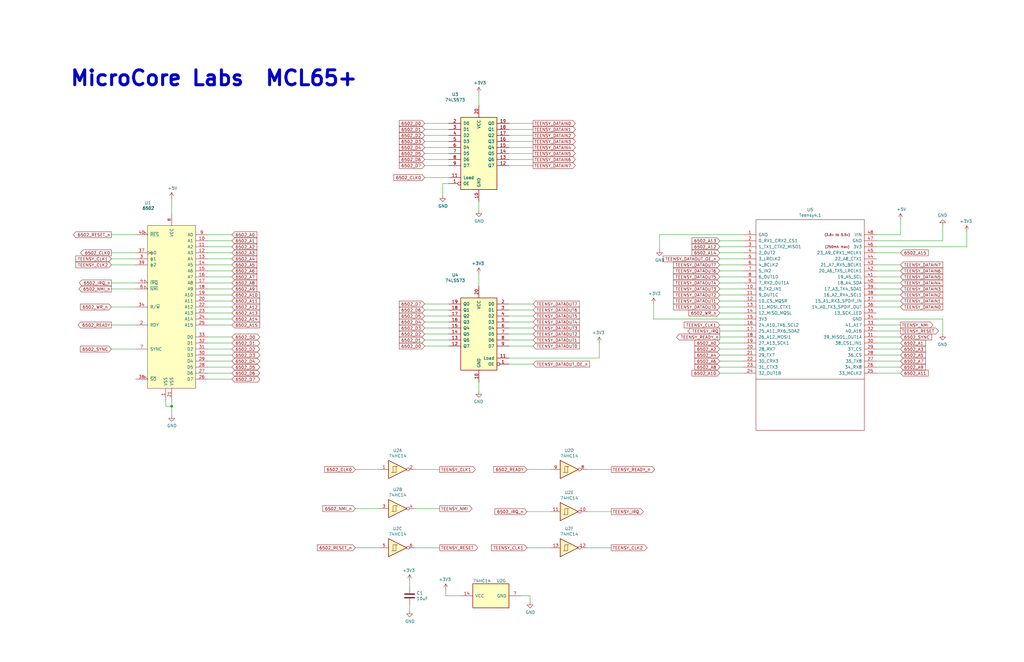
<source format=kicad_sch>
(kicad_sch (version 20211123) (generator eeschema)
  (paper "B")
  (title_block (title "MCL65+") (company "Ted Fried, MicroCore Labs"))
  (lib_symbols
    (symbol "74xx:74HC14" (pin_names (offset 1.016))
      (property "Reference" "U" (at 0 1.27 0))
      (property "Value" "74HC14" (at 0 -1.27 0))
      (symbol "74HC14_1_0"
        (polyline (pts (xy -3.81 3.81) (xy -3.81 -3.81) (xy 3.81 0) (xy -3.81 3.81)) (stroke (width 0.254)) (fill (type background)))
        (pin input line (at -7.62 0 0) (length 3.81) (name "~") (number "1"))
        (pin output inverted (at 7.62 0 180) (length 3.81) (name "~") (number "2"))
      )
      (symbol "74HC14_1_1"
        (polyline (pts (xy -1.905 -1.27) (xy -1.905 1.27) (xy -0.635 1.27)))
        (polyline (pts (xy -2.54 -1.27) (xy -0.635 -1.27) (xy -0.635 1.27) (xy 0 1.27)))
      )
      (symbol "74HC14_2_0"
        (polyline (pts (xy -3.81 3.81) (xy -3.81 -3.81) (xy 3.81 0) (xy -3.81 3.81)) (stroke (width 0.254)) (fill (type background)))
        (pin input line (at -7.62 0 0) (length 3.81) (name "~") (number "3"))
        (pin output inverted (at 7.62 0 180) (length 3.81) (name "~") (number "4"))
      )
      (symbol "74HC14_2_1"
        (polyline (pts (xy -1.905 -1.27) (xy -1.905 1.27) (xy -0.635 1.27)))
        (polyline (pts (xy -2.54 -1.27) (xy -0.635 -1.27) (xy -0.635 1.27) (xy 0 1.27)))
      )
      (symbol "74HC14_3_0"
        (polyline (pts (xy -3.81 3.81) (xy -3.81 -3.81) (xy 3.81 0) (xy -3.81 3.81)) (stroke (width 0.254)) (fill (type background)))
        (pin input line (at -7.62 0 0) (length 3.81) (name "~") (number "5"))
        (pin output inverted (at 7.62 0 180) (length 3.81) (name "~") (number "6"))
      )
      (symbol "74HC14_3_1"
        (polyline (pts (xy -1.905 -1.27) (xy -1.905 1.27) (xy -0.635 1.27)))
        (polyline (pts (xy -2.54 -1.27) (xy -0.635 -1.27) (xy -0.635 1.27) (xy 0 1.27)))
      )
      (symbol "74HC14_4_0"
        (polyline (pts (xy -3.81 3.81) (xy -3.81 -3.81) (xy 3.81 0) (xy -3.81 3.81)) (stroke (width 0.254)) (fill (type background)))
        (pin output inverted (at 7.62 0 180) (length 3.81) (name "~") (number "8"))
        (pin input line (at -7.62 0 0) (length 3.81) (name "~") (number "9"))
      )
      (symbol "74HC14_4_1"
        (polyline (pts (xy -1.905 -1.27) (xy -1.905 1.27) (xy -0.635 1.27)))
        (polyline (pts (xy -2.54 -1.27) (xy -0.635 -1.27) (xy -0.635 1.27) (xy 0 1.27)))
      )
      (symbol "74HC14_5_0"
        (polyline (pts (xy -3.81 3.81) (xy -3.81 -3.81) (xy 3.81 0) (xy -3.81 3.81)) (stroke (width 0.254)) (fill (type background)))
        (pin output inverted (at 7.62 0 180) (length 3.81) (name "~") (number "10"))
        (pin input line (at -7.62 0 0) (length 3.81) (name "~") (number "11"))
      )
      (symbol "74HC14_5_1"
        (polyline (pts (xy -1.905 -1.27) (xy -1.905 1.27) (xy -0.635 1.27)))
        (polyline (pts (xy -2.54 -1.27) (xy -0.635 -1.27) (xy -0.635 1.27) (xy 0 1.27)))
      )
      (symbol "74HC14_6_0"
        (polyline (pts (xy -3.81 3.81) (xy -3.81 -3.81) (xy 3.81 0) (xy -3.81 3.81)) (stroke (width 0.254)) (fill (type background)))
        (pin output inverted (at 7.62 0 180) (length 3.81) (name "~") (number "12"))
        (pin input line (at -7.62 0 0) (length 3.81) (name "~") (number "13"))
      )
      (symbol "74HC14_6_1"
        (polyline (pts (xy -1.905 -1.27) (xy -1.905 1.27) (xy -0.635 1.27)))
        (polyline (pts (xy -2.54 -1.27) (xy -0.635 -1.27) (xy -0.635 1.27) (xy 0 1.27)))
      )
      (symbol "74HC14_7_0"
        (pin power_in line (at 0 12.7 270) (length 5.08) (name "VCC") (number "14"))
        (pin power_in line (at 0 -12.7 90) (length 5.08) (name "GND") (number "7"))
      )
      (symbol "74HC14_7_1"
        (rectangle (start -5.08 7.62) (end 5.08 -7.62) (stroke (width 0.254)) (fill (type background)))
      )
    )
    (symbol "74xx:74LS573" (pin_names (offset 1.016))
      (property "Reference" "U" (at -7.62 16.51 0))
      (property "Value" "74LS573" (at -7.62 -16.51 0))
      (symbol "74LS573_1_0"
        (pin input inverted (at -12.7 -12.7 0) (length 5.08) (name "OE") (number "1"))
        (pin power_in line (at 0 -20.32 90) (length 5.08) (name "GND") (number "10"))
        (pin input line (at -12.7 -10.16 0) (length 5.08) (name "Load") (number "11"))
        (pin tri_state line (at 12.7 -5.08 180) (length 5.08) (name "Q7") (number "12"))
        (pin tri_state line (at 12.7 -2.54 180) (length 5.08) (name "Q6") (number "13"))
        (pin tri_state line (at 12.7 0 180) (length 5.08) (name "Q5") (number "14"))
        (pin tri_state line (at 12.7 2.54 180) (length 5.08) (name "Q4") (number "15"))
        (pin tri_state line (at 12.7 5.08 180) (length 5.08) (name "Q3") (number "16"))
        (pin tri_state line (at 12.7 7.62 180) (length 5.08) (name "Q2") (number "17"))
        (pin tri_state line (at 12.7 10.16 180) (length 5.08) (name "Q1") (number "18"))
        (pin tri_state line (at 12.7 12.7 180) (length 5.08) (name "Q0") (number "19"))
        (pin input line (at -12.7 12.7 0) (length 5.08) (name "D0") (number "2"))
        (pin power_in line (at 0 20.32 270) (length 5.08) (name "VCC") (number "20"))
        (pin input line (at -12.7 10.16 0) (length 5.08) (name "D1") (number "3"))
        (pin input line (at -12.7 7.62 0) (length 5.08) (name "D2") (number "4"))
        (pin input line (at -12.7 5.08 0) (length 5.08) (name "D3") (number "5"))
        (pin input line (at -12.7 2.54 0) (length 5.08) (name "D4") (number "6"))
        (pin input line (at -12.7 0 0) (length 5.08) (name "D5") (number "7"))
        (pin input line (at -12.7 -2.54 0) (length 5.08) (name "D6") (number "8"))
        (pin input line (at -12.7 -5.08 0) (length 5.08) (name "D7") (number "9"))
      )
      (symbol "74LS573_1_1"
        (rectangle (start -7.62 15.24) (end 7.62 -15.24) (stroke (width 0.254)) (fill (type background)))
      )
    )
    (symbol "Device:C" (pin_numbers hide) (pin_names (offset 0.254))
      (property "Reference" "C" (at 0.635 2.54 0))
      (property "Value" "C" (at 0.635 -2.54 0))
      (symbol "C_0_1"
        (polyline (pts (xy -2.032 -0.762) (xy 2.032 -0.762)) (stroke (width 0.508)))
        (polyline (pts (xy -2.032 0.762) (xy 2.032 0.762)) (stroke (width 0.508)))
      )
      (symbol "C_1_1"
        (pin passive line (at 0 3.81 270) (length 2.794) (name "~") (number "1"))
        (pin passive line (at 0 -3.81 90) (length 2.794) (name "~") (number "2"))
      )
    )
    (symbol "MCL65+-rescue:+3.3V-power" (power) (pin_names (offset 0))
      (property "Value" "+3.3V-power" (at 0 3.556 0))
      (symbol "+3.3V-power_0_1"
        (polyline (pts (xy -0.762 1.27) (xy 0 2.54)))
        (polyline (pts (xy 0 0) (xy 0 2.54)))
        (polyline (pts (xy 0 2.54) (xy 0.762 1.27)))
      )
      (symbol "+3.3V-power_1_1"
        (pin power_in line (at 0 0 90) (length 0) hide (name "+3V3") (number "1"))
      )
    )
    (symbol "MCL65+-rescue:6502-65xx" (pin_names (offset 1.016))
      (property "Reference" "U" (at -10.16 35.56 0))
      (property "Value" "6502-65xx" (at 0 0 90))
      (symbol "6502-65xx_0_1"
        (rectangle (start -10.16 34.29) (end 10.16 -34.29) (fill (type background)))
      )
      (symbol "6502-65xx_1_1"
        (pin power_in line (at -2.54 -39.37 90) (length 5.08) (name "VSS") (number "1"))
        (pin output line (at 15.24 27.94 180) (length 5.08) (name "A1") (number "10"))
        (pin output line (at 15.24 25.4 180) (length 5.08) (name "A2") (number "11"))
        (pin output line (at 15.24 22.86 180) (length 5.08) (name "A3") (number "12"))
        (pin output line (at 15.24 20.32 180) (length 5.08) (name "A4") (number "13"))
        (pin output line (at 15.24 17.78 180) (length 5.08) (name "A5") (number "14"))
        (pin output line (at 15.24 15.24 180) (length 5.08) (name "A6") (number "15"))
        (pin output line (at 15.24 12.7 180) (length 5.08) (name "A7") (number "16"))
        (pin output line (at 15.24 10.16 180) (length 5.08) (name "A8") (number "17"))
        (pin output line (at 15.24 7.62 180) (length 5.08) (name "A9") (number "18"))
        (pin output line (at 15.24 5.08 180) (length 5.08) (name "A10") (number "19"))
        (pin input line (at -15.24 -7.62 0) (length 5.08) (name "RDY") (number "2"))
        (pin output line (at 15.24 2.54 180) (length 5.08) (name "A11") (number "20"))
        (pin power_in line (at 0 -39.37 90) (length 5.08) (name "VSS") (number "21"))
        (pin output line (at 15.24 0 180) (length 5.08) (name "A12") (number "22"))
        (pin output line (at 15.24 -2.54 180) (length 5.08) (name "A13") (number "23"))
        (pin output line (at 15.24 -5.08 180) (length 5.08) (name "A14") (number "24"))
        (pin output line (at 15.24 -7.62 180) (length 5.08) (name "A15") (number "25"))
        (pin bidirectional line (at 15.24 -30.48 180) (length 5.08) (name "D7") (number "26"))
        (pin bidirectional line (at 15.24 -27.94 180) (length 5.08) (name "D6") (number "27"))
        (pin bidirectional line (at 15.24 -25.4 180) (length 5.08) (name "D5") (number "28"))
        (pin bidirectional line (at 15.24 -22.86 180) (length 5.08) (name "D4") (number "29"))
        (pin output line (at -15.24 20.32 0) (length 5.08) (name "ϕ1") (number "3"))
        (pin bidirectional line (at 15.24 -20.32 180) (length 5.08) (name "D3") (number "30"))
        (pin bidirectional line (at 15.24 -17.78 180) (length 5.08) (name "D2") (number "31"))
        (pin bidirectional line (at 15.24 -15.24 180) (length 5.08) (name "D1") (number "32"))
        (pin bidirectional line (at 15.24 -12.7 180) (length 5.08) (name "D0") (number "33"))
        (pin output line (at -15.24 0 0) (length 5.08) (name "R/~{W}") (number "34"))
        (pin no_connect non_logic (at -10.16 -25.4 0) (length 2.54) hide (name "nc") (number "35"))
        (pin no_connect non_logic (at -10.16 -27.94 0) (length 2.54) hide (name "nc") (number "36"))
        (pin input clock (at -15.24 22.86 0) (length 5.08) (name "ϕ0") (number "37"))
        (pin input input_low (at -15.24 -30.48 0) (length 5.08) (name "~{SO}") (number "38"))
        (pin output line (at -15.24 17.78 0) (length 5.08) (name "ϕ2") (number "39"))
        (pin input input_low (at -15.24 10.16 0) (length 5.08) (name "~{IRQ}") (number "4"))
        (pin input input_low (at -15.24 30.48 0) (length 5.08) (name "~{RES}") (number "40"))
        (pin no_connect non_logic (at -10.16 -22.86 0) (length 2.5654) hide (name "nc") (number "5"))
        (pin input input_low (at -15.24 7.62 0) (length 5.08) (name "~{NMI}") (number "6"))
        (pin output line (at -15.24 -17.78 0) (length 5.08) (name "SYNC") (number "7"))
        (pin power_in line (at 0 39.37 270) (length 5.08) (name "VCC") (number "8"))
        (pin output line (at 15.24 30.48 180) (length 5.08) (name "A0") (number "9"))
      )
    )
    (symbol "MCL65+-rescue:Teensy4.1-teensy" (pin_names (offset 1.016))
      (property "Reference" "U" (at 0 64.77 0))
      (property "Value" "Teensy4.1-teensy" (at 0 62.23 0))
      (symbol "Teensy4.1-teensy_0_0"
        (polyline (pts (xy -22.86 -6.35) (xy 22.86 -6.35)))
        (text "(250mA max)" (at 11.43 49.53 0) (effects (font (size 1.016 1.016))))
        (text "(3.6v to 5.5v)" (at 11.43 54.61 0) (effects (font (size 1.016 1.016))))
        (pin bidirectional line (at -27.94 31.75 0) (length 5.08) (name "8_TX2_IN1") (number "10"))
        (pin bidirectional line (at -27.94 29.21 0) (length 5.08) (name "9_OUT1C") (number "11"))
        (pin bidirectional line (at -27.94 26.67 0) (length 5.08) (name "10_CS_MQSR") (number "12"))
        (pin bidirectional line (at -27.94 24.13 0) (length 5.08) (name "11_MOSI_CTX1") (number "13"))
        (pin bidirectional line (at -27.94 21.59 0) (length 5.08) (name "12_MISO_MQSL") (number "14"))
        (pin power_in line (at -27.94 19.05 0) (length 5.08) (name "3V3") (number "15"))
        (pin bidirectional line (at -27.94 16.51 0) (length 5.08) (name "24_A10_TX6_SCL2") (number "16"))
        (pin bidirectional line (at -27.94 13.97 0) (length 5.08) (name "25_A11_RX6_SDA2") (number "17"))
        (pin bidirectional line (at -27.94 11.43 0) (length 5.08) (name "26_A12_MOSI1") (number "18"))
        (pin bidirectional line (at -27.94 8.89 0) (length 5.08) (name "27_A13_SCK1") (number "19"))
        (pin bidirectional line (at -27.94 6.35 0) (length 5.08) (name "28_RX7") (number "20"))
        (pin bidirectional line (at -27.94 3.81 0) (length 5.08) (name "29_TX7") (number "21"))
        (pin bidirectional line (at -27.94 1.27 0) (length 5.08) (name "30_CRX3") (number "22"))
        (pin bidirectional line (at -27.94 -1.27 0) (length 5.08) (name "31_CTX3") (number "23"))
        (pin bidirectional line (at -27.94 -3.81 0) (length 5.08) (name "32_OUT1B") (number "24"))
        (pin bidirectional line (at 27.94 -3.81 180) (length 5.08) (name "33_MCLK2") (number "25"))
        (pin bidirectional line (at 27.94 -1.27 180) (length 5.08) (name "34_RX8") (number "26"))
        (pin bidirectional line (at 27.94 1.27 180) (length 5.08) (name "35_TX8") (number "27"))
        (pin bidirectional line (at 27.94 3.81 180) (length 5.08) (name "36_CS") (number "28"))
        (pin bidirectional line (at 27.94 6.35 180) (length 5.08) (name "37_CS") (number "29"))
        (pin bidirectional line (at 27.94 8.89 180) (length 5.08) (name "38_CS1_IN1") (number "30"))
        (pin bidirectional line (at 27.94 11.43 180) (length 5.08) (name "39_MISO1_OUT1A") (number "31"))
        (pin bidirectional line (at 27.94 13.97 180) (length 5.08) (name "40_A16") (number "32"))
        (pin bidirectional line (at 27.94 16.51 180) (length 5.08) (name "41_A17") (number "33"))
        (pin bidirectional line (at 27.94 21.59 180) (length 5.08) (name "13_SCK_LED") (number "35"))
        (pin bidirectional line (at 27.94 24.13 180) (length 5.08) (name "14_A0_TX3_SPDIF_OUT") (number "36"))
        (pin bidirectional line (at 27.94 26.67 180) (length 5.08) (name "15_A1_RX3_SPDIF_IN") (number "37"))
        (pin bidirectional line (at 27.94 29.21 180) (length 5.08) (name "16_A2_RX4_SCL1") (number "38"))
        (pin bidirectional line (at 27.94 31.75 180) (length 5.08) (name "17_A3_TX4_SDA1") (number "39"))
        (pin bidirectional line (at 27.94 34.29 180) (length 5.08) (name "18_A4_SDA") (number "40"))
        (pin bidirectional line (at 27.94 36.83 180) (length 5.08) (name "19_A5_SCL") (number "41"))
        (pin bidirectional line (at 27.94 39.37 180) (length 5.08) (name "20_A6_TX5_LRCLK1") (number "42"))
        (pin bidirectional line (at 27.94 41.91 180) (length 5.08) (name "21_A7_RX5_BCLK1") (number "43"))
        (pin bidirectional line (at 27.94 44.45 180) (length 5.08) (name "22_A8_CTX1") (number "44"))
        (pin bidirectional line (at 27.94 46.99 180) (length 5.08) (name "23_A9_CRX1_MCLK1") (number "45"))
        (pin output line (at 27.94 49.53 180) (length 5.08) (name "3V3") (number "46"))
        (pin output line (at 27.94 52.07 180) (length 5.08) (name "GND") (number "47"))
        (pin power_in line (at 27.94 54.61 180) (length 5.08) (name "VIN") (number "48"))
        (pin bidirectional line (at -27.94 44.45 0) (length 5.08) (name "3_LRCLK2") (number "5"))
        (pin bidirectional line (at -27.94 41.91 0) (length 5.08) (name "4_BCLK2") (number "6"))
        (pin bidirectional line (at -27.94 39.37 0) (length 5.08) (name "5_IN2") (number "7"))
        (pin bidirectional line (at -27.94 36.83 0) (length 5.08) (name "6_OUT1D") (number "8"))
        (pin bidirectional line (at -27.94 34.29 0) (length 5.08) (name "7_RX2_OUT1A") (number "9"))
      )
      (symbol "Teensy4.1-teensy_0_1"
        (rectangle (start -22.86 60.96) (end 22.86 -27.94))
        (rectangle (start -20.32 -1.27) (end -20.32 -1.27))
      )
      (symbol "Teensy4.1-teensy_1_1"
        (pin power_in line (at -27.94 54.61 0) (length 5.08) (name "GND") (number "1"))
        (pin bidirectional line (at -27.94 52.07 0) (length 5.08) (name "0_RX1_CRX2_CS1") (number "2"))
        (pin bidirectional line (at -27.94 49.53 0) (length 5.08) (name "1_TX1_CTX2_MISO1") (number "3"))
        (pin power_in line (at 27.94 19.05 180) (length 5.08) (name "GND") (number "34"))
        (pin bidirectional line (at -27.94 46.99 0) (length 5.08) (name "2_OUT2") (number "4"))
      )
    )
    (symbol "power:+5V" (power) (pin_names (offset 0))
      (property "Value" "+5V" (at 0 3.556 0))
      (symbol "+5V_0_1"
        (polyline (pts (xy -0.762 1.27) (xy 0 2.54)))
        (polyline (pts (xy 0 0) (xy 0 2.54)))
        (polyline (pts (xy 0 2.54) (xy 0.762 1.27)))
      )
      (symbol "+5V_1_1"
        (pin power_in line (at 0 0 90) (length 0) hide (name "+5V") (number "1"))
      )
    )
    (symbol "power:GND" (power) (pin_names (offset 0))
      (property "Value" "GND" (at 0 -3.81 0))
      (symbol "GND_0_1"
        (polyline (pts (xy 0 0) (xy 0 -1.27) (xy 1.27 -1.27) (xy 0 -2.54) (xy -1.27 -1.27) (xy 0 -1.27)))
      )
      (symbol "GND_1_1"
        (pin power_in line (at 0 0 270) (length 0) hide (name "GND") (number "1"))
      )
    )
  )
  (junction (at 72.39 171.45))
  (wire (pts (xy 179.07 138.43) (xy 189.23 138.43)))
  (wire (pts (xy 303.53 147.32) (xy 313.69 147.32)))
  (wire (pts (xy 379.73 124.46) (xy 369.57 124.46)))
  (wire (pts (xy 97.79 127) (xy 87.63 127)))
  (wire (pts (xy 179.07 140.97) (xy 189.23 140.97)))
  (wire (pts (xy 214.63 151.13) (xy 252.73 151.13)))
  (wire (pts (xy 97.79 129.54) (xy 87.63 129.54)))
  (wire (pts (xy 224.79 153.67) (xy 214.63 153.67)))
  (wire (pts (xy 185.42 214.63) (xy 175.26 214.63)))
  (wire (pts (xy 224.79 57.15) (xy 214.63 57.15)))
  (wire (pts (xy 303.53 111.76) (xy 313.69 111.76)))
  (wire (pts (xy 72.39 83.82) (xy 72.39 90.17)))
  (wire (pts (xy 97.79 142.24) (xy 87.63 142.24)))
  (wire (pts (xy 303.53 142.24) (xy 313.69 142.24)))
  (wire (pts (xy 257.81 231.14) (xy 247.65 231.14)))
  (wire (pts (xy 278.13 99.06) (xy 313.69 99.06)))
  (wire (pts (xy 224.79 135.89) (xy 214.63 135.89)))
  (wire (pts (xy 222.25 231.14) (xy 232.41 231.14)))
  (wire (pts (xy 379.73 129.54) (xy 369.57 129.54)))
  (wire (pts (xy 179.07 130.81) (xy 189.23 130.81)))
  (wire (pts (xy 303.53 116.84) (xy 313.69 116.84)))
  (wire (pts (xy 224.79 67.31) (xy 214.63 67.31)))
  (wire (pts (xy 179.07 146.05) (xy 189.23 146.05)))
  (wire (pts (xy 72.39 171.45) (xy 72.39 175.26)))
  (wire (pts (xy 189.23 77.47) (xy 186.69 77.47)))
  (wire (pts (xy 224.79 138.43) (xy 214.63 138.43)))
  (wire (pts (xy 379.73 119.38) (xy 369.57 119.38)))
  (wire (pts (xy 46.99 121.92) (xy 57.15 121.92)))
  (wire (pts (xy 303.53 152.4) (xy 313.69 152.4)))
  (wire (pts (xy 179.07 64.77) (xy 189.23 64.77)))
  (wire (pts (xy 379.73 144.78) (xy 369.57 144.78)))
  (wire (pts (xy 257.81 215.9) (xy 247.65 215.9)))
  (wire (pts (xy 179.07 69.85) (xy 189.23 69.85)))
  (wire (pts (xy 149.86 198.12) (xy 160.02 198.12)))
  (wire (pts (xy 97.79 132.08) (xy 87.63 132.08)))
  (wire (pts (xy 369.57 134.62) (xy 397.51 134.62)))
  (wire (pts (xy 379.73 114.3) (xy 369.57 114.3)))
  (wire (pts (xy 224.79 69.85) (xy 214.63 69.85)))
  (wire (pts (xy 224.79 59.69) (xy 214.63 59.69)))
  (wire (pts (xy 379.73 121.92) (xy 369.57 121.92)))
  (wire (pts (xy 46.99 109.22) (xy 57.15 109.22)))
  (wire (pts (xy 224.79 143.51) (xy 214.63 143.51)))
  (wire (pts (xy 194.31 251.46) (xy 187.96 251.46)))
  (wire (pts (xy 97.79 111.76) (xy 87.63 111.76)))
  (wire (pts (xy 379.73 137.16) (xy 369.57 137.16)))
  (wire (pts (xy 303.53 157.48) (xy 313.69 157.48)))
  (wire (pts (xy 179.07 59.69) (xy 189.23 59.69)))
  (wire (pts (xy 179.07 54.61) (xy 189.23 54.61)))
  (wire (pts (xy 224.79 64.77) (xy 214.63 64.77)))
  (wire (pts (xy 46.99 137.16) (xy 57.15 137.16)))
  (wire (pts (xy 303.53 101.6) (xy 313.69 101.6)))
  (wire (pts (xy 149.86 214.63) (xy 160.02 214.63)))
  (wire (pts (xy 257.81 198.12) (xy 247.65 198.12)))
  (wire (pts (xy 303.53 129.54) (xy 313.69 129.54)))
  (wire (pts (xy 303.53 154.94) (xy 313.69 154.94)))
  (wire (pts (xy 72.39 168.91) (xy 72.39 171.45)))
  (wire (pts (xy 201.93 39.37) (xy 201.93 44.45)))
  (wire (pts (xy 407.67 97.79) (xy 407.67 104.14)))
  (wire (pts (xy 46.99 111.76) (xy 57.15 111.76)))
  (wire (pts (xy 172.72 247.65) (xy 172.72 245.11)))
  (wire (pts (xy 224.79 128.27) (xy 214.63 128.27)))
  (wire (pts (xy 179.07 143.51) (xy 189.23 143.51)))
  (wire (pts (xy 224.79 140.97) (xy 214.63 140.97)))
  (wire (pts (xy 303.53 139.7) (xy 313.69 139.7)))
  (wire (pts (xy 379.73 92.71) (xy 379.73 99.06)))
  (wire (pts (xy 224.79 133.35) (xy 214.63 133.35)))
  (wire (pts (xy 179.07 67.31) (xy 189.23 67.31)))
  (wire (pts (xy 379.73 111.76) (xy 369.57 111.76)))
  (wire (pts (xy 369.57 104.14) (xy 407.67 104.14)))
  (wire (pts (xy 179.07 128.27) (xy 189.23 128.27)))
  (wire (pts (xy 185.42 231.14) (xy 175.26 231.14)))
  (wire (pts (xy 224.79 52.07) (xy 214.63 52.07)))
  (wire (pts (xy 186.69 77.47) (xy 186.69 82.55)))
  (wire (pts (xy 179.07 135.89) (xy 189.23 135.89)))
  (wire (pts (xy 252.73 144.78) (xy 252.73 151.13)))
  (wire (pts (xy 224.79 54.61) (xy 214.63 54.61)))
  (wire (pts (xy 179.07 133.35) (xy 189.23 133.35)))
  (wire (pts (xy 369.57 101.6) (xy 397.51 101.6)))
  (wire (pts (xy 179.07 74.93) (xy 189.23 74.93)))
  (wire (pts (xy 97.79 152.4) (xy 87.63 152.4)))
  (wire (pts (xy 172.72 257.81) (xy 172.72 255.27)))
  (wire (pts (xy 303.53 109.22) (xy 313.69 109.22)))
  (wire (pts (xy 201.93 85.09) (xy 201.93 88.9)))
  (wire (pts (xy 303.53 106.68) (xy 313.69 106.68)))
  (wire (pts (xy 224.79 146.05) (xy 214.63 146.05)))
  (wire (pts (xy 303.53 119.38) (xy 313.69 119.38)))
  (wire (pts (xy 97.79 104.14) (xy 87.63 104.14)))
  (wire (pts (xy 303.53 124.46) (xy 313.69 124.46)))
  (wire (pts (xy 379.73 157.48) (xy 369.57 157.48)))
  (wire (pts (xy 313.69 134.62) (xy 275.59 134.62)))
  (wire (pts (xy 185.42 198.12) (xy 175.26 198.12)))
  (wire (pts (xy 97.79 109.22) (xy 87.63 109.22)))
  (wire (pts (xy 97.79 154.94) (xy 87.63 154.94)))
  (wire (pts (xy 97.79 160.02) (xy 87.63 160.02)))
  (wire (pts (xy 97.79 157.48) (xy 87.63 157.48)))
  (wire (pts (xy 179.07 62.23) (xy 189.23 62.23)))
  (wire (pts (xy 97.79 106.68) (xy 87.63 106.68)))
  (wire (pts (xy 224.79 130.81) (xy 214.63 130.81)))
  (wire (pts (xy 46.99 119.38) (xy 57.15 119.38)))
  (wire (pts (xy 397.51 134.62) (xy 397.51 140.97)))
  (wire (pts (xy 278.13 99.06) (xy 278.13 105.41)))
  (wire (pts (xy 97.79 144.78) (xy 87.63 144.78)))
  (wire (pts (xy 46.99 106.68) (xy 57.15 106.68)))
  (wire (pts (xy 223.52 254) (xy 223.52 251.46)))
  (wire (pts (xy 46.99 99.06) (xy 57.15 99.06)))
  (wire (pts (xy 275.59 128.27) (xy 275.59 134.62)))
  (wire (pts (xy 201.93 115.57) (xy 201.93 120.65)))
  (wire (pts (xy 187.96 251.46) (xy 187.96 248.92)))
  (wire (pts (xy 379.73 152.4) (xy 369.57 152.4)))
  (wire (pts (xy 303.53 104.14) (xy 313.69 104.14)))
  (wire (pts (xy 97.79 124.46) (xy 87.63 124.46)))
  (wire (pts (xy 97.79 147.32) (xy 87.63 147.32)))
  (wire (pts (xy 379.73 154.94) (xy 369.57 154.94)))
  (wire (pts (xy 97.79 137.16) (xy 87.63 137.16)))
  (wire (pts (xy 303.53 144.78) (xy 313.69 144.78)))
  (wire (pts (xy 379.73 139.7) (xy 369.57 139.7)))
  (wire (pts (xy 97.79 121.92) (xy 87.63 121.92)))
  (wire (pts (xy 69.85 171.45) (xy 72.39 171.45)))
  (wire (pts (xy 303.53 149.86) (xy 313.69 149.86)))
  (wire (pts (xy 303.53 127) (xy 313.69 127)))
  (wire (pts (xy 97.79 116.84) (xy 87.63 116.84)))
  (wire (pts (xy 179.07 57.15) (xy 189.23 57.15)))
  (wire (pts (xy 379.73 116.84) (xy 369.57 116.84)))
  (wire (pts (xy 303.53 137.16) (xy 313.69 137.16)))
  (wire (pts (xy 303.53 132.08) (xy 313.69 132.08)))
  (wire (pts (xy 149.86 231.14) (xy 160.02 231.14)))
  (wire (pts (xy 379.73 147.32) (xy 369.57 147.32)))
  (wire (pts (xy 97.79 99.06) (xy 87.63 99.06)))
  (wire (pts (xy 397.51 101.6) (xy 397.51 95.25)))
  (wire (pts (xy 303.53 114.3) (xy 313.69 114.3)))
  (wire (pts (xy 97.79 114.3) (xy 87.63 114.3)))
  (wire (pts (xy 179.07 52.07) (xy 189.23 52.07)))
  (wire (pts (xy 69.85 168.91) (xy 69.85 171.45)))
  (wire (pts (xy 379.73 106.68) (xy 369.57 106.68)))
  (wire (pts (xy 97.79 119.38) (xy 87.63 119.38)))
  (wire (pts (xy 223.52 251.46) (xy 219.71 251.46)))
  (wire (pts (xy 97.79 149.86) (xy 87.63 149.86)))
  (wire (pts (xy 201.93 161.29) (xy 201.93 165.1)))
  (wire (pts (xy 369.57 99.06) (xy 379.73 99.06)))
  (wire (pts (xy 46.99 147.32) (xy 57.15 147.32)))
  (wire (pts (xy 222.25 215.9) (xy 232.41 215.9)))
  (wire (pts (xy 97.79 101.6) (xy 87.63 101.6)))
  (wire (pts (xy 379.73 142.24) (xy 369.57 142.24)))
  (wire (pts (xy 224.79 62.23) (xy 214.63 62.23)))
  (wire (pts (xy 46.99 129.54) (xy 57.15 129.54)))
  (wire (pts (xy 303.53 121.92) (xy 313.69 121.92)))
  (wire (pts (xy 97.79 134.62) (xy 87.63 134.62)))
  (wire (pts (xy 222.25 198.12) (xy 232.41 198.12)))
  (wire (pts (xy 379.73 149.86) (xy 369.57 149.86)))
  (wire (pts (xy 379.73 127) (xy 369.57 127)))
  (text "MicroCore Labs  MCL65+" (at 29.21 36.83 0) (effects (font (size 6.2738 6.2738) (thickness 1.2548) bold) (justify left bottom)))
  (global_label "6502_D1" (shape input) (at 179.07 143.51 180) (property "Intersheet References" "${INTERSHEET_REFS}" (effects hide)))
  (global_label "TEENSY_DATAIN3" (shape input) (at 379.73 121.92 0) (property "Intersheet References" "${INTERSHEET_REFS}" (effects hide)))
  (global_label "TEENSY_IRQ" (shape output) (at 303.53 139.7 180) (property "Intersheet References" "${INTERSHEET_REFS}" (effects hide)))
  (global_label "TEENSY_DATAIN2" (shape output) (at 224.79 57.15 0) (property "Intersheet References" "${INTERSHEET_REFS}" (effects hide)))
  (global_label "TEENSY_DATAOUT0" (shape input) (at 224.79 146.05 0) (property "Intersheet References" "${INTERSHEET_REFS}" (effects hide)))
  (global_label "TEENSY_DATAOUT3" (shape input) (at 303.53 121.92 180) (property "Intersheet References" "${INTERSHEET_REFS}" (effects hide)))
  (global_label "6502_A0" (shape input) (at 303.53 144.78 180) (property "Intersheet References" "${INTERSHEET_REFS}" (effects hide)))
  (global_label "TEENSY_CLK2" (shape output) (at 257.81 231.14 0) (property "Intersheet References" "${INTERSHEET_REFS}" (effects hide)))
  (global_label "TEENSY_IRQ" (shape output) (at 257.81 215.9 0) (property "Intersheet References" "${INTERSHEET_REFS}" (effects hide)))
  (global_label "6502_A1" (shape input) (at 379.73 144.78 0) (property "Intersheet References" "${INTERSHEET_REFS}" (effects hide)))
  (global_label "TEENSY_DATAOUT6" (shape input) (at 303.53 114.3 180) (property "Intersheet References" "${INTERSHEET_REFS}" (effects hide)))
  (global_label "TEENSY_CLK1" (shape output) (at 185.42 198.12 0) (property "Intersheet References" "${INTERSHEET_REFS}" (effects hide)))
  (global_label "TEENSY_DATAOUT5" (shape input) (at 224.79 133.35 0) (property "Intersheet References" "${INTERSHEET_REFS}" (effects hide)))
  (global_label "TEENSY_DATAIN1" (shape output) (at 224.79 54.61 0) (property "Intersheet References" "${INTERSHEET_REFS}" (effects hide)))
  (global_label "6502_A4" (shape input) (at 97.79 109.22 0) (property "Intersheet References" "${INTERSHEET_REFS}" (effects hide)))
  (global_label "6502_A9" (shape input) (at 379.73 154.94 0) (property "Intersheet References" "${INTERSHEET_REFS}" (effects hide)))
  (global_label "6502_A2" (shape input) (at 303.53 147.32 180) (property "Intersheet References" "${INTERSHEET_REFS}" (effects hide)))
  (global_label "TEENSY_DATAIN5" (shape input) (at 379.73 116.84 0) (property "Intersheet References" "${INTERSHEET_REFS}" (effects hide)))
  (global_label "TEENSY_DATAOUT0" (shape input) (at 303.53 129.54 180) (property "Intersheet References" "${INTERSHEET_REFS}" (effects hide)))
  (global_label "TEENSY_DATAIN6" (shape input) (at 379.73 114.3 0) (property "Intersheet References" "${INTERSHEET_REFS}" (effects hide)))
  (global_label "6502_A13" (shape input) (at 303.53 101.6 180) (property "Intersheet References" "${INTERSHEET_REFS}" (effects hide)))
  (global_label "6502_D1" (shape bidirectional) (at 97.79 144.78 0) (property "Intersheet References" "${INTERSHEET_REFS}" (effects hide)))
  (global_label "TEENSY_DATAOUT_OE_n" (shape input) (at 303.53 109.22 180) (property "Intersheet References" "${INTERSHEET_REFS}" (effects hide)))
  (global_label "6502_D3" (shape input) (at 179.07 138.43 180) (property "Intersheet References" "${INTERSHEET_REFS}" (effects hide)))
  (global_label "TEENSY_CLK1" (shape input) (at 46.99 109.22 180) (property "Intersheet References" "${INTERSHEET_REFS}" (effects hide)))
  (global_label "TEENSY_DATAIN2" (shape input) (at 379.73 124.46 0) (property "Intersheet References" "${INTERSHEET_REFS}" (effects hide)))
  (global_label "6502_D2" (shape bidirectional) (at 97.79 147.32 0) (property "Intersheet References" "${INTERSHEET_REFS}" (effects hide)))
  (global_label "6502_D7" (shape input) (at 179.07 128.27 180) (property "Intersheet References" "${INTERSHEET_REFS}" (effects hide)))
  (global_label "6502_D5" (shape input) (at 179.07 133.35 180) (property "Intersheet References" "${INTERSHEET_REFS}" (effects hide)))
  (global_label "TEENSY_DATAOUT1" (shape input) (at 303.53 127 180) (property "Intersheet References" "${INTERSHEET_REFS}" (effects hide)))
  (global_label "6502_D3" (shape bidirectional) (at 97.79 149.86 0) (property "Intersheet References" "${INTERSHEET_REFS}" (effects hide)))
  (global_label "6502_D0" (shape input) (at 179.07 146.05 180) (property "Intersheet References" "${INTERSHEET_REFS}" (effects hide)))
  (global_label "TEENSY_RESET" (shape output) (at 379.73 139.7 0) (property "Intersheet References" "${INTERSHEET_REFS}" (effects hide)))
  (global_label "TEENSY_NMI" (shape output) (at 185.42 214.63 0) (property "Intersheet References" "${INTERSHEET_REFS}" (effects hide)))
  (global_label "6502_A3" (shape input) (at 379.73 147.32 0) (property "Intersheet References" "${INTERSHEET_REFS}" (effects hide)))
  (global_label "6502_A15" (shape input) (at 379.73 106.68 0) (property "Intersheet References" "${INTERSHEET_REFS}" (effects hide)))
  (global_label "6502_NMI_n" (shape output) (at 46.99 121.92 180) (property "Intersheet References" "${INTERSHEET_REFS}" (effects hide)))
  (global_label "6502_A5" (shape input) (at 379.73 149.86 0) (property "Intersheet References" "${INTERSHEET_REFS}" (effects hide)))
  (global_label "6502_A8" (shape input) (at 303.53 154.94 180) (property "Intersheet References" "${INTERSHEET_REFS}" (effects hide)))
  (global_label "6502_D4" (shape bidirectional) (at 97.79 152.4 0) (property "Intersheet References" "${INTERSHEET_REFS}" (effects hide)))
  (global_label "TEENSY_DATAIN4" (shape input) (at 379.73 119.38 0) (property "Intersheet References" "${INTERSHEET_REFS}" (effects hide)))
  (global_label "6502_A0" (shape input) (at 97.79 99.06 0) (property "Intersheet References" "${INTERSHEET_REFS}" (effects hide)))
  (global_label "6502_D1" (shape input) (at 179.07 54.61 180) (property "Intersheet References" "${INTERSHEET_REFS}" (effects hide)))
  (global_label "TEENSY_DATAOUT7" (shape input) (at 224.79 128.27 0) (property "Intersheet References" "${INTERSHEET_REFS}" (effects hide)))
  (global_label "6502_D7" (shape bidirectional) (at 97.79 160.02 0) (property "Intersheet References" "${INTERSHEET_REFS}" (effects hide)))
  (global_label "6502_WR_n" (shape input) (at 46.99 129.54 180) (property "Intersheet References" "${INTERSHEET_REFS}" (effects hide)))
  (global_label "6502_A5" (shape input) (at 97.79 111.76 0) (property "Intersheet References" "${INTERSHEET_REFS}" (effects hide)))
  (global_label "TEENSY_READY_n" (shape output) (at 257.81 198.12 0) (property "Intersheet References" "${INTERSHEET_REFS}" (effects hide)))
  (global_label "6502_A6" (shape input) (at 303.53 152.4 180) (property "Intersheet References" "${INTERSHEET_REFS}" (effects hide)))
  (global_label "6502_D2" (shape input) (at 179.07 57.15 180) (property "Intersheet References" "${INTERSHEET_REFS}" (effects hide)))
  (global_label "6502_A1" (shape input) (at 97.79 101.6 0) (property "Intersheet References" "${INTERSHEET_REFS}" (effects hide)))
  (global_label "TEENSY_DATAIN1" (shape input) (at 379.73 127 0) (property "Intersheet References" "${INTERSHEET_REFS}" (effects hide)))
  (global_label "6502_READY" (shape output) (at 46.99 137.16 180) (property "Intersheet References" "${INTERSHEET_REFS}" (effects hide)))
  (global_label "TEENSY_DATAOUT7" (shape input) (at 303.53 111.76 180) (property "Intersheet References" "${INTERSHEET_REFS}" (effects hide)))
  (global_label "6502_IRQ_n" (shape input) (at 222.25 215.9 180) (property "Intersheet References" "${INTERSHEET_REFS}" (effects hide)))
  (global_label "TEENSY_NMI" (shape output) (at 379.73 137.16 0) (property "Intersheet References" "${INTERSHEET_REFS}" (effects hide)))
  (global_label "6502_A14" (shape input) (at 303.53 106.68 180) (property "Intersheet References" "${INTERSHEET_REFS}" (effects hide)))
  (global_label "6502_A11" (shape input) (at 97.79 127 0) (property "Intersheet References" "${INTERSHEET_REFS}" (effects hide)))
  (global_label "6502_A8" (shape input) (at 97.79 119.38 0) (property "Intersheet References" "${INTERSHEET_REFS}" (effects hide)))
  (global_label "6502_D5" (shape bidirectional) (at 97.79 154.94 0) (property "Intersheet References" "${INTERSHEET_REFS}" (effects hide)))
  (global_label "6502_CLK0" (shape output) (at 46.99 106.68 180) (property "Intersheet References" "${INTERSHEET_REFS}" (effects hide)))
  (global_label "TEENSY_DATAIN6" (shape output) (at 224.79 67.31 0) (property "Intersheet References" "${INTERSHEET_REFS}" (effects hide)))
  (global_label "6502_A15" (shape input) (at 97.79 137.16 0) (property "Intersheet References" "${INTERSHEET_REFS}" (effects hide)))
  (global_label "6502_A12" (shape input) (at 303.53 104.14 180) (property "Intersheet References" "${INTERSHEET_REFS}" (effects hide)))
  (global_label "TEENSY_CLK1" (shape input) (at 222.25 231.14 180) (property "Intersheet References" "${INTERSHEET_REFS}" (effects hide)))
  (global_label "TEENSY_DATAIN0" (shape output) (at 224.79 52.07 0) (property "Intersheet References" "${INTERSHEET_REFS}" (effects hide)))
  (global_label "6502_A10" (shape input) (at 97.79 124.46 0) (property "Intersheet References" "${INTERSHEET_REFS}" (effects hide)))
  (global_label "6502_D6" (shape input) (at 179.07 130.81 180) (property "Intersheet References" "${INTERSHEET_REFS}" (effects hide)))
  (global_label "TEENSY_DATAOUT4" (shape input) (at 224.79 135.89 0) (property "Intersheet References" "${INTERSHEET_REFS}" (effects hide)))
  (global_label "6502_A7" (shape input) (at 97.79 116.84 0) (property "Intersheet References" "${INTERSHEET_REFS}" (effects hide)))
  (global_label "6502_A13" (shape input) (at 97.79 132.08 0) (property "Intersheet References" "${INTERSHEET_REFS}" (effects hide)))
  (global_label "6502_D6" (shape bidirectional) (at 97.79 157.48 0) (property "Intersheet References" "${INTERSHEET_REFS}" (effects hide)))
  (global_label "TEENSY_DATAIN3" (shape output) (at 224.79 59.69 0) (property "Intersheet References" "${INTERSHEET_REFS}" (effects hide)))
  (global_label "6502_RESET_n" (shape output) (at 46.99 99.06 180) (property "Intersheet References" "${INTERSHEET_REFS}" (effects hide)))
  (global_label "6502_A11" (shape input) (at 379.73 157.48 0) (property "Intersheet References" "${INTERSHEET_REFS}" (effects hide)))
  (global_label "6502_NMI_n" (shape input) (at 149.86 214.63 180) (property "Intersheet References" "${INTERSHEET_REFS}" (effects hide)))
  (global_label "6502_D4" (shape input) (at 179.07 62.23 180) (property "Intersheet References" "${INTERSHEET_REFS}" (effects hide)))
  (global_label "6502_D2" (shape input) (at 179.07 140.97 180) (property "Intersheet References" "${INTERSHEET_REFS}" (effects hide)))
  (global_label "TEENSY_DATAOUT6" (shape input) (at 224.79 130.81 0) (property "Intersheet References" "${INTERSHEET_REFS}" (effects hide)))
  (global_label "TEENSY_DATAOUT1" (shape input) (at 224.79 143.51 0) (property "Intersheet References" "${INTERSHEET_REFS}" (effects hide)))
  (global_label "TEENSY_DATAOUT5" (shape input) (at 303.53 116.84 180) (property "Intersheet References" "${INTERSHEET_REFS}" (effects hide)))
  (global_label "6502_SYNC" (shape input) (at 46.99 147.32 180) (property "Intersheet References" "${INTERSHEET_REFS}" (effects hide)))
  (global_label "6502_A10" (shape input) (at 303.53 157.48 180) (property "Intersheet References" "${INTERSHEET_REFS}" (effects hide)))
  (global_label "6502_D7" (shape input) (at 179.07 69.85 180) (property "Intersheet References" "${INTERSHEET_REFS}" (effects hide)))
  (global_label "6502_A7" (shape input) (at 379.73 152.4 0) (property "Intersheet References" "${INTERSHEET_REFS}" (effects hide)))
  (global_label "TEENSY_DATAIN0" (shape input) (at 379.73 129.54 0) (property "Intersheet References" "${INTERSHEET_REFS}" (effects hide)))
  (global_label "6502_A3" (shape input) (at 97.79 106.68 0) (property "Intersheet References" "${INTERSHEET_REFS}" (effects hide)))
  (global_label "6502_A12" (shape input) (at 97.79 129.54 0) (property "Intersheet References" "${INTERSHEET_REFS}" (effects hide)))
  (global_label "TEENSY_CLK2" (shape input) (at 46.99 111.76 180) (property "Intersheet References" "${INTERSHEET_REFS}" (effects hide)))
  (global_label "TEENSY_RESET" (shape output) (at 185.42 231.14 0) (property "Intersheet References" "${INTERSHEET_REFS}" (effects hide)))
  (global_label "6502_D5" (shape input) (at 179.07 64.77 180) (property "Intersheet References" "${INTERSHEET_REFS}" (effects hide)))
  (global_label "6502_D3" (shape input) (at 179.07 59.69 180) (property "Intersheet References" "${INTERSHEET_REFS}" (effects hide)))
  (global_label "6502_A14" (shape input) (at 97.79 134.62 0) (property "Intersheet References" "${INTERSHEET_REFS}" (effects hide)))
  (global_label "TEENSY_DATAOUT4" (shape input) (at 303.53 119.38 180) (property "Intersheet References" "${INTERSHEET_REFS}" (effects hide)))
  (global_label "6502_A2" (shape input) (at 97.79 104.14 0) (property "Intersheet References" "${INTERSHEET_REFS}" (effects hide)))
  (global_label "TEENSY_DATAOUT_OE_n" (shape input) (at 224.79 153.67 0) (property "Intersheet References" "${INTERSHEET_REFS}" (effects hide)))
  (global_label "6502_D6" (shape input) (at 179.07 67.31 180) (property "Intersheet References" "${INTERSHEET_REFS}" (effects hide)))
  (global_label "6502_IRQ_n" (shape output) (at 46.99 119.38 180) (property "Intersheet References" "${INTERSHEET_REFS}" (effects hide)))
  (global_label "6502_D0" (shape bidirectional) (at 97.79 142.24 0) (property "Intersheet References" "${INTERSHEET_REFS}" (effects hide)))
  (global_label "6502_SYNC" (shape input) (at 379.73 142.24 0) (property "Intersheet References" "${INTERSHEET_REFS}" (effects hide)))
  (global_label "TEENSY_DATAIN7" (shape output) (at 224.79 69.85 0) (property "Intersheet References" "${INTERSHEET_REFS}" (effects hide)))
  (global_label "TEENSY_DATAOUT2" (shape input) (at 303.53 124.46 180) (property "Intersheet References" "${INTERSHEET_REFS}" (effects hide)))
  (global_label "6502_D0" (shape input) (at 179.07 52.07 180) (property "Intersheet References" "${INTERSHEET_REFS}" (effects hide)))
  (global_label "6502_A9" (shape input) (at 97.79 121.92 0) (property "Intersheet References" "${INTERSHEET_REFS}" (effects hide)))
  (global_label "TEENSY_READY_n" (shape output) (at 303.53 142.24 180) (property "Intersheet References" "${INTERSHEET_REFS}" (effects hide)))
  (global_label "6502_D4" (shape input) (at 179.07 135.89 180) (property "Intersheet References" "${INTERSHEET_REFS}" (effects hide)))
  (global_label "TEENSY_DATAIN4" (shape output) (at 224.79 62.23 0) (property "Intersheet References" "${INTERSHEET_REFS}" (effects hide)))
  (global_label "6502_A4" (shape input) (at 303.53 149.86 180) (property "Intersheet References" "${INTERSHEET_REFS}" (effects hide)))
  (global_label "6502_CLK0" (shape input) (at 179.07 74.93 180) (property "Intersheet References" "${INTERSHEET_REFS}" (effects hide)))
  (global_label "6502_A6" (shape input) (at 97.79 114.3 0) (property "Intersheet References" "${INTERSHEET_REFS}" (effects hide)))
  (global_label "TEENSY_DATAOUT2" (shape input) (at 224.79 140.97 0) (property "Intersheet References" "${INTERSHEET_REFS}" (effects hide)))
  (global_label "TEENSY_CLK1" (shape input) (at 303.53 137.16 180) (property "Intersheet References" "${INTERSHEET_REFS}" (effects hide)))
  (global_label "6502_RESET_n" (shape input) (at 149.86 231.14 180) (property "Intersheet References" "${INTERSHEET_REFS}" (effects hide)))
  (global_label "TEENSY_DATAIN5" (shape output) (at 224.79 64.77 0) (property "Intersheet References" "${INTERSHEET_REFS}" (effects hide)))
  (global_label "6502_WR_n" (shape input) (at 303.53 132.08 180) (property "Intersheet References" "${INTERSHEET_REFS}" (effects hide)))
  (global_label "6502_CLK0" (shape input) (at 149.86 198.12 180) (property "Intersheet References" "${INTERSHEET_REFS}" (effects hide)))
  (global_label "TEENSY_DATAOUT3" (shape input) (at 224.79 138.43 0) (property "Intersheet References" "${INTERSHEET_REFS}" (effects hide)))
  (global_label "TEENSY_DATAIN7" (shape input) (at 379.73 111.76 0) (property "Intersheet References" "${INTERSHEET_REFS}" (effects hide)))
  (global_label "6502_READY" (shape input) (at 222.25 198.12 180) (property "Intersheet References" "${INTERSHEET_REFS}" (effects hide)))
  (symbol (lib_id "MCL65+-rescue:6502-65xx") (at 72.39 129.54 0) (unit 1)
    (property "Reference" "U1" (at 62.3824 85.5726 0))
    (property "Value" "6502" (at 62.4078 87.884 0) (effects (font bold italic)))
    (property "Footprint" "Package_DIP:DIP-40_W15.24mm" (effects hide))
    (property "Datasheet" "http://www.6502.org/documents/datasheets/mos/mos_6500_mpu_mar_1980.pdf" (effects hide))
  )
  (symbol (lib_id "MCL65+-rescue:Teensy4.1-teensy") (at 341.63 153.67 0) (unit 1)
    (property "Reference" "U5" (at 341.63 88.519 0))
    (property "Value" "Teensy4.1" (at 341.63 90.8304 0))
    (property "Footprint" "MCL65+:Teensy41" (effects hide))
  )
  (symbol (lib_id "power:GND") (at 72.39 175.26 0) (unit 1)
    (property "Reference" "#PWR02" (effects hide))
    (property "Value" "GND" (at 72.517 179.6542 0))
  )
  (symbol (lib_id "power:+5V") (at 72.39 83.82 0) (unit 1)
    (property "Reference" "#PWR01" (effects hide))
    (property "Value" "+5V" (at 72.771 79.4258 0))
  )
  (symbol (lib_id "power:GND") (at 201.93 88.9 0) (unit 1)
    (property "Reference" "#PWR06" (effects hide))
    (property "Value" "GND" (at 202.057 93.2942 0))
  )
  (symbol (lib_id "MCL65+-rescue:+3.3V-power") (at 201.93 39.37 0) (unit 1)
    (property "Reference" "#PWR05" (effects hide))
    (property "Value" "+3.3V" (at 202.311 34.9758 0))
  )
  (symbol (lib_id "power:GND") (at 186.69 82.55 0) (unit 1)
    (property "Reference" "#PWR04" (effects hide))
    (property "Value" "GND" (at 186.817 86.9442 0))
  )
  (symbol (lib_id "power:GND") (at 201.93 165.1 0) (mirror y) (unit 1)
    (property "Reference" "#PWR08" (effects hide))
    (property "Value" "GND" (at 201.803 169.4942 0))
  )
  (symbol (lib_id "MCL65+-rescue:+3.3V-power") (at 201.93 115.57 0) (mirror y) (unit 1)
    (property "Reference" "#PWR07" (effects hide))
    (property "Value" "+3.3V" (at 201.549 111.1758 0))
  )
  (symbol (lib_id "MCL65+-rescue:+3.3V-power") (at 252.73 144.78 0) (mirror y) (unit 1)
    (property "Reference" "#PWR010" (effects hide))
    (property "Value" "+3.3V" (at 252.349 140.3858 0))
  )
  (symbol (lib_id "74xx:74HC14") (at 167.64 231.14 0) (unit 3)
    (property "Reference" "U2" (at 167.64 223.0882 0))
    (property "Value" "74HC14" (at 167.64 225.3996 0))
    (property "Footprint" "Package_DIP:DIP-14_W7.62mm_Socket" (effects hide))
    (property "Datasheet" "http://www.ti.com/lit/gpn/sn74HC14" (effects hide))
  )
  (symbol (lib_id "74xx:74HC14") (at 240.03 215.9 0) (unit 5)
    (property "Reference" "U2" (at 240.03 207.8482 0))
    (property "Value" "74HC14" (at 240.03 210.1596 0))
    (property "Footprint" "Package_DIP:DIP-14_W7.62mm_Socket" (effects hide))
    (property "Datasheet" "http://www.ti.com/lit/gpn/sn74HC14" (effects hide))
  )
  (symbol (lib_id "74xx:74HC14") (at 167.64 214.63 0) (unit 2)
    (property "Reference" "U2" (at 167.64 206.5782 0))
    (property "Value" "74HC14" (at 167.64 208.8896 0))
    (property "Footprint" "Package_DIP:DIP-14_W7.62mm_Socket" (effects hide))
    (property "Datasheet" "http://www.ti.com/lit/gpn/sn74HC14" (effects hide))
  )
  (symbol (lib_id "74xx:74HC14") (at 240.03 231.14 0) (unit 6)
    (property "Reference" "U2" (at 240.03 223.0882 0))
    (property "Value" "74HC14" (at 240.03 225.3996 0))
    (property "Footprint" "Package_DIP:DIP-14_W7.62mm_Socket" (effects hide))
    (property "Datasheet" "http://www.ti.com/lit/gpn/sn74HC14" (effects hide))
  )
  (symbol (lib_id "74xx:74HC14") (at 167.64 198.12 0) (unit 1)
    (property "Reference" "U2" (at 167.64 190.0682 0))
    (property "Value" "74HC14" (at 167.64 192.3796 0))
    (property "Footprint" "Package_DIP:DIP-14_W7.62mm_Socket" (effects hide))
    (property "Datasheet" "http://www.ti.com/lit/gpn/sn74HC14" (effects hide))
  )
  (symbol (lib_id "74xx:74HC14") (at 240.03 198.12 0) (unit 4)
    (property "Reference" "U2" (at 240.03 190.0682 0))
    (property "Value" "74HC14" (at 240.03 192.3796 0))
    (property "Footprint" "Package_DIP:DIP-14_W7.62mm_Socket" (effects hide))
    (property "Datasheet" "http://www.ti.com/lit/gpn/sn74HC14" (effects hide))
  )
  (symbol (lib_id "74xx:74HC14") (at 207.01 251.46 90) (unit 7)
    (property "Reference" "U2" (at 213.36 245.11 90) (effects (justify left)))
    (property "Value" "74HC14" (at 207.01 245.11 90) (effects (justify left)))
    (property "Footprint" "Package_DIP:DIP-14_W7.62mm_Socket" (effects hide))
    (property "Datasheet" "http://www.ti.com/lit/gpn/sn74HC14" (effects hide))
  )
  (symbol (lib_id "power:GND") (at 223.52 254 0) (unit 1)
    (property "Reference" "#PWR09" (effects hide))
    (property "Value" "GND" (at 223.647 258.3942 0))
  )
  (symbol (lib_id "MCL65+-rescue:+3.3V-power") (at 187.96 248.92 0) (mirror y) (unit 1)
    (property "Reference" "#PWR03" (effects hide))
    (property "Value" "+3.3V" (at 187.579 244.5258 0))
  )
  (symbol (lib_id "74xx:74LS573") (at 201.93 64.77 0) (unit 1)
    (property "Reference" "U3" (at 191.9224 39.8526 0))
    (property "Value" "74LS573" (at 191.9224 42.164 0))
    (property "Footprint" "Package_DIP:DIP-20_W7.62mm_Socket" (effects hide))
    (property "Datasheet" "74xx/74hc573.pdf" (effects hide))
  )
  (symbol (lib_id "74xx:74LS573") (at 201.93 140.97 0) (mirror y) (unit 1)
    (property "Reference" "U4" (at 191.9224 116.0526 0))
    (property "Value" "74LS573" (at 191.9224 118.364 0))
    (property "Footprint" "Package_DIP:DIP-20_W7.62mm_Socket" (effects hide))
    (property "Datasheet" "74xx/74hc573.pdf" (effects hide))
  )
  (symbol (lib_id "MCL65+-rescue:+3.3V-power") (at 275.59 128.27 0) (unit 1)
    (property "Reference" "#PWR0101" (effects hide))
    (property "Value" "+3.3V" (at 275.971 123.8758 0))
  )
  (symbol (lib_id "power:GND") (at 397.51 140.97 0) (mirror y) (unit 1)
    (property "Reference" "#PWR0102" (effects hide))
    (property "Value" "GND" (at 397.383 145.3642 0))
  )
  (symbol (lib_id "power:GND") (at 278.13 105.41 0) (unit 1)
    (property "Reference" "#PWR0103" (effects hide))
    (property "Value" "GND" (at 278.257 109.8042 0))
  )
  (symbol (lib_id "power:GND") (at 397.51 95.25 180) (unit 1)
    (property "Reference" "#PWR0104" (effects hide))
    (property "Value" "GND" (at 397.383 90.8558 0))
  )
  (symbol (lib_id "MCL65+-rescue:+3.3V-power") (at 407.67 97.79 0) (mirror y) (unit 1)
    (property "Reference" "#PWR0105" (effects hide))
    (property "Value" "+3.3V" (at 407.289 93.3958 0))
  )
  (symbol (lib_id "power:+5V") (at 379.73 92.71 0) (unit 1)
    (property "Reference" "#PWR0106" (effects hide))
    (property "Value" "+5V" (at 380.111 88.3158 0))
  )
  (symbol (lib_id "Device:C") (at 172.72 251.46 0) (unit 1)
    (property "Reference" "C1" (at 175.641 250.2916 0) (effects (justify left)))
    (property "Value" "10uF" (at 175.641 252.603 0) (effects (justify left)))
    (property "Footprint" "Capacitor_THT:C_Disc_D7.0mm_W2.5mm_P5.00mm" (effects hide))
  )
  (symbol (lib_id "MCL65+-rescue:+3.3V-power") (at 172.72 245.11 0) (mirror y) (unit 1)
    (property "Reference" "#PWR0107" (effects hide))
    (property "Value" "+3.3V" (at 172.339 240.7158 0))
  )
  (symbol (lib_id "power:GND") (at 172.72 257.81 0) (unit 1)
    (property "Reference" "#PWR0108" (effects hide))
    (property "Value" "GND" (at 172.847 262.2042 0))
  )
)
</source>
